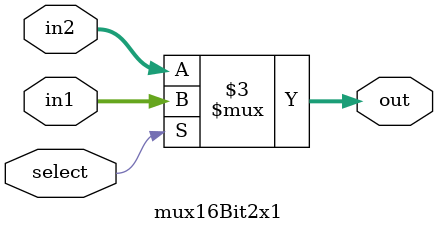
<source format=v>
module mux16Bit2x1(input[15:0] in1,in2, input select, output reg[15:0] out);


 always @* begin
    if (select) begin
      out <= in1;
    end else begin
      out <= in2;
    end
  end

endmodule




</source>
